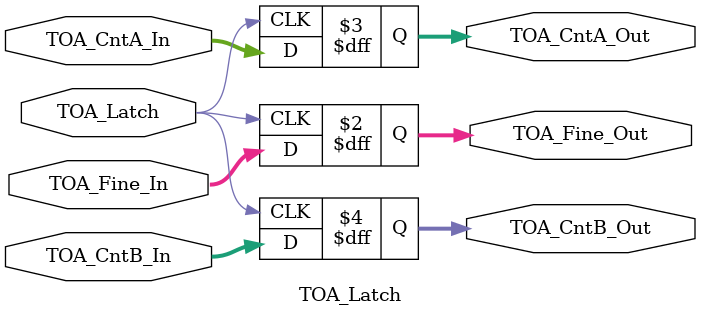
<source format=v>
/**
 *
 *  file: TOT_fineEncoder_core.v
 *
 *  TOT_fineEncoder_core
 *  Encode the fine phase from 21 bits therometer code to 5 bits binary code
 *
 *  History:
 *  2020/05/1 Wei Zhang	 : Create and verified ETROC2 TDC
 **/
`timescale 1ns/1ps

module TOA_Latch(
	input TOA_Latch,						// TOA data latch clock
	input [62:0] TOA_Fine_In,				// TOA fine phase data input 
	input [2:0] TOA_CntA_In,				// TOA ripple counter A data input
	input [2:0] TOA_CntB_In,				// TOA ripple counter B data input
	output reg [62:0] TOA_Fine_Out,			// TOA fine phase data output
	output reg [2:0] TOA_CntA_Out,			// TOA ripple counter A data output
	output reg [2:0] TOA_CntB_Out			// TOA ripple counter B data output
);

always @(posedge TOA_Latch)
begin
	TOA_Fine_Out <= TOA_Fine_In;
	TOA_CntA_Out <= TOA_CntA_In;
	TOA_CntB_Out <= TOA_CntB_In;
end

endmodule


</source>
